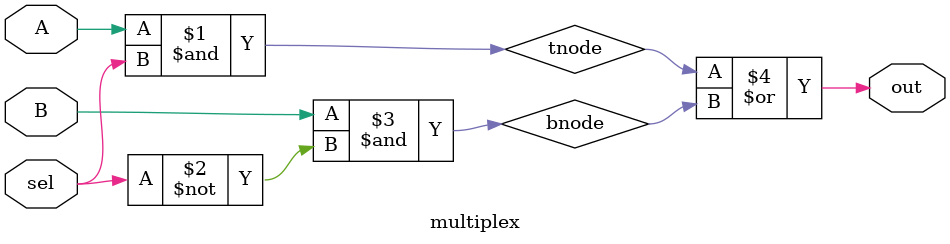
<source format=v>
module fourBitCounter(input clock, input reset, input count, output
wire[3:0] out);
    wire [3:0] MUX, RCA;
    reg Cin = 0;
    wire Cout;
    fourBitRCA a (.A(out), .B(0001), .Cin(0), .Sum(RCA), .Cout(Cout));
    multiplex m0(.A(RCA[0]), .B(out[0]), .sel(count), .out(MUX[0]));
    dflipflop d0(.clock(clock), .D(MUX[0]), .R(reset), .Q(out[0]));
    multiplex m1(.A(RCA[1]), .B(out[1]), .sel(count), .out(MUX[1]));
    dflipflop d1(.clock(clock), .D(MUX[1]), .R(reset), .Q(out[1]));
    multiplex m2(.A(RCA[2]), .B(out[2]), .sel(count), .out(MUX[2]));
    dflipflop d2(.clock(clock), .D(MUX[2]), .R(reset), .Q(out[2]));
    multiplex m3(.A(RCA[3]), .B(out[3]), .sel(count), .out(MUX[3]));
    dflipflop d3(.clock(clock), .D(MUX[3]), .R(reset), .Q(out[3]));
endmodule
module dflipflop(input clock, input D, input R, output reg Q);
always @(posedge clock or negedge R)
   begin
    if (R == 1)
    begin
Q=D;
end
    else
    begin
Q=0;
end
end
endmodule
module fourBitRCA(input [3:0] A, input [3:0] B, input Cin, output [3:0]
Sum, output Cout);
    wire co[2:0];
    fulladder i1 (.A(A[0]), .B(B[0]), .Cin(Cin), .Sum(Sum[0]),
.Cout(co[0]));
    fulladder i2 (.A(A[1]), .B(B[1]), .Cin(co[0]), .Sum(Sum[1]),
.Cout(co[1]));
    fulladder i3 (.A(A[2]), .B(B[2]), .Cin(co[1]), .Sum(Sum[2]),
.Cout(co[2]));
    fulladder i4 (.A(A[3]), .B(B[3]), .Cin(co[2]), .Sum(Sum[3]),
.Cout(Cout));
endmodule
module fulladder(input A, input B, input Cin, output Sum, output Cout);
    wire s1, c1, c2;
    halfadder i1(.A(A), .B(B), .Sum(s1), .Cout(c1));
    halfadder i2(.A(Cin), .B(s1), .Sum(Sum), .Cout(c2));
    or (Cout, c1, c2);
endmodule
module halfadder(input A, input B, output Sum, output Cout);
    not (a1, A);
    not (b1, B);
    or (i1, A,B);
    or (i2, a1,b1);
    and (Cout, A,B);
    and (Sum, i1,i2);
endmodule
module multiplex(input A, input B, input sel, output out);
    and(tnode, A, sel);
    and(bnode, B, ~sel);
    or(out, tnode, bnode);
endmodule

</source>
